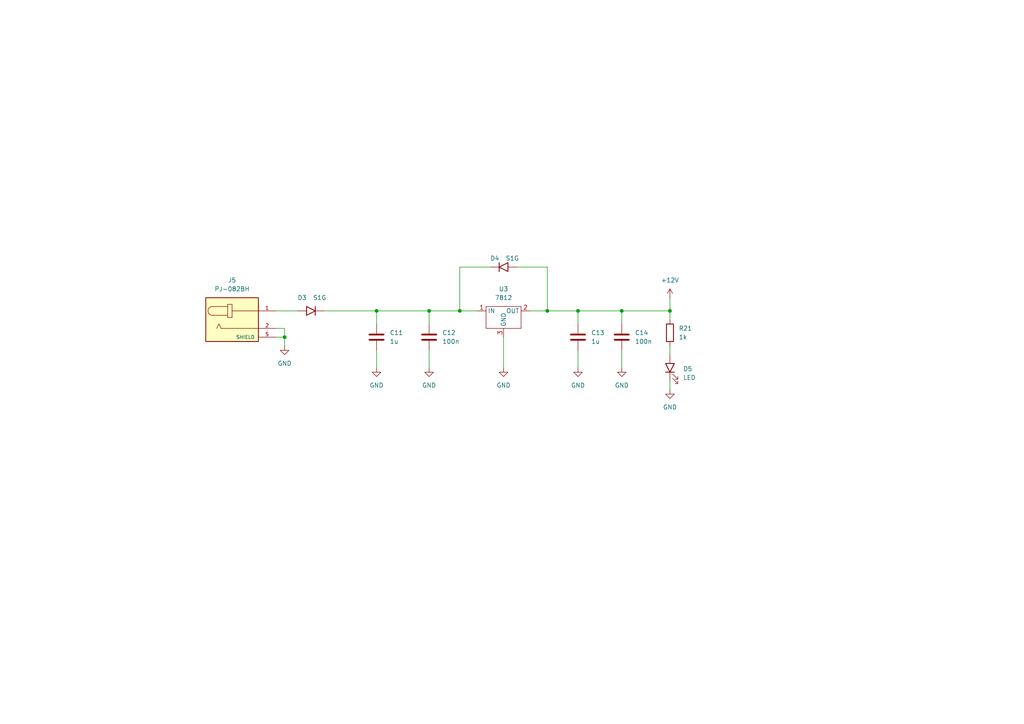
<source format=kicad_sch>
(kicad_sch (version 20230121) (generator eeschema)
  (paper "A4")
  (title_block (title "Power Supply") (date "2023-02-27") (company "Joel Bodenmann"))
  (lib_symbols
    (symbol "connectors:PJ-082BH" (pin_names (offset 1.016))
      (property "Reference" "J?" (at -7.62 8.89 0))
      (property "Value" "PJ-082BH" (at -5.08 -8.89 0))
      (symbol "PJ-082BH_0_0"
        (rectangle (start -7.62 6.35) (end 7.62 -6.35) (stroke (width 0.254)) (fill (type background)))
        (arc (start -5.715 3.81) (mid -6.9795 2.54) (end -5.715 1.27) (stroke (width 0.1524)))
        (polyline (pts (xy -5.715 3.81) (xy -1.27 3.81)) (stroke (width 0.1524)))
        (polyline (pts (xy -3.81 -1.27) (xy -4.445 -2.54)) (stroke (width 0.1524)))
        (polyline (pts (xy -3.175 -2.54) (xy -3.81 -1.27)) (stroke (width 0.1524)))
        (polyline (pts (xy -1.27 0.635) (xy 0 0.635)) (stroke (width 0.1524)))
        (polyline (pts (xy -1.27 1.27) (xy -5.715 1.27)) (stroke (width 0.1524)))
        (polyline (pts (xy -1.27 1.27) (xy -1.27 0.635)) (stroke (width 0.1524)))
        (polyline (pts (xy -1.27 3.81) (xy -1.27 1.27)) (stroke (width 0.1524)))
        (polyline (pts (xy -1.27 4.445) (xy -1.27 3.81)) (stroke (width 0.1524)))
        (polyline (pts (xy 0 0.635) (xy 0 2.54)) (stroke (width 0.1524)))
        (polyline (pts (xy 0 2.54) (xy 0 4.445)) (stroke (width 0.1524)))
        (polyline (pts (xy 0 2.54) (xy 7.62 2.54)) (stroke (width 0.1524)))
        (polyline (pts (xy 0 4.445) (xy -1.27 4.445)) (stroke (width 0.1524)))
        (polyline (pts (xy 7.62 -2.54) (xy -3.175 -2.54)) (stroke (width 0.1524)))
        (pin passive line (at 12.7 2.54 180) (length 5.08) (name "~") (number "1"))
        (pin passive line (at 12.7 -2.54 180) (length 5.08) (name "~") (number "2"))
        (pin passive line (at 12.7 -5.08 180) (length 5.08) (name "SHIELD") (number "S"))
      )
    )
    (symbol "device:C" (pin_numbers hide) (pin_names (offset 0.254))
      (property "Reference" "C" (at 0.635 2.54 0))
      (property "Value" "C" (at 0.635 -2.54 0))
      (symbol "C_0_1"
        (polyline (pts (xy -2.032 -0.762) (xy 2.032 -0.762)) (stroke (width 0.508)))
        (polyline (pts (xy -2.032 0.762) (xy 2.032 0.762)) (stroke (width 0.508)))
      )
      (symbol "C_1_1"
        (pin passive line (at 0 3.81 270) (length 2.794) (name "~") (number "1"))
        (pin passive line (at 0 -3.81 90) (length 2.794) (name "~") (number "2"))
      )
    )
    (symbol "device:D" (pin_numbers hide) (pin_names (offset 1.016) hide)
      (property "Reference" "D" (at 0 2.54 0))
      (property "Value" "D" (at 0 -2.54 0))
      (symbol "D_0_1"
        (polyline (pts (xy -1.27 1.27) (xy -1.27 -1.27)) (stroke (width 0.254)))
        (polyline (pts (xy 1.27 1.27) (xy 1.27 -1.27) (xy -1.27 0) (xy 1.27 1.27)) (stroke (width 0.254)))
      )
      (symbol "D_1_1"
        (pin passive line (at -3.81 0 0) (length 2.54) (name "K") (number "1"))
        (pin passive line (at 3.81 0 180) (length 2.54) (name "A") (number "2"))
      )
    )
    (symbol "device:LED" (pin_numbers hide) (pin_names (offset 1.016) hide)
      (property "Reference" "D" (at 0 2.54 0))
      (property "Value" "LED" (at 0 -2.54 0))
      (symbol "LED_0_1"
        (polyline (pts (xy -1.27 -1.27) (xy -1.27 1.27)) (stroke (width 0.254)))
        (polyline (pts (xy 1.27 -1.27) (xy 1.27 1.27) (xy -1.27 0) (xy 1.27 -1.27)) (stroke (width 0.254)))
        (polyline (pts (xy -3.048 -0.762) (xy -4.572 -2.286) (xy -3.81 -2.286) (xy -4.572 -2.286) (xy -4.572 -1.524)))
        (polyline (pts (xy -1.778 -0.762) (xy -3.302 -2.286) (xy -2.54 -2.286) (xy -3.302 -2.286) (xy -3.302 -1.524)))
      )
      (symbol "LED_1_1"
        (pin passive line (at -3.81 0 0) (length 2.54) (name "K") (number "1"))
        (pin passive line (at 3.81 0 180) (length 2.54) (name "A") (number "2"))
      )
    )
    (symbol "device:R" (pin_numbers hide) (pin_names (offset 0))
      (property "Reference" "R" (at 2.032 0 90))
      (property "Value" "R" (at 0 0 90))
      (symbol "R_0_1"
        (rectangle (start -1.016 -2.54) (end 1.016 2.54) (stroke (width 0.254)))
      )
      (symbol "R_1_1"
        (pin passive line (at 0 3.81 270) (length 1.27) (name "~") (number "1"))
        (pin passive line (at 0 -3.81 90) (length 1.27) (name "~") (number "2"))
      )
    )
    (symbol "gnd:GND" (power) (pin_names (offset 0))
      (property "Value" "GND" (at 0 -3.81 0))
      (symbol "GND_0_1"
        (polyline (pts (xy 0 0) (xy 0 -1.27) (xy 1.27 -1.27) (xy 0 -2.54) (xy -1.27 -1.27) (xy 0 -1.27)))
      )
      (symbol "GND_1_1"
        (pin power_in line (at 0 0 270) (length 0) hide (name "GND") (number "1"))
      )
    )
    (symbol "power:+12V" (power) (pin_names (offset 0))
      (property "Value" "+12V" (at 0 3.556 0))
      (symbol "+12V_0_1"
        (polyline (pts (xy -0.762 1.27) (xy 0 2.54)))
        (polyline (pts (xy 0 0) (xy 0 2.54)))
        (polyline (pts (xy 0 2.54) (xy 0.762 1.27)))
      )
      (symbol "+12V_1_1"
        (pin power_in line (at 0 0 90) (length 0) hide (name "+12V") (number "1"))
      )
    )
    (symbol "regulators:78xx"
      (property "Reference" "U" (at 0 3.81 0))
      (property "Value" "78xx" (at 0 1.27 0))
      (symbol "78xx_0_1"
        (rectangle (start -5.08 0) (end 5.08 -6.35))
      )
      (symbol "78xx_1_1"
        (pin power_in line (at -7.62 -1.27 0) (length 2.54) (name "IN") (number "1"))
        (pin power_out line (at 7.62 -1.27 180) (length 2.54) (name "OUT") (number "2"))
        (pin passive line (at 0 -8.89 90) (length 2.54) (name "GND") (number "3"))
      )
    )
  )
  (junction (at 167.64 90.17))
  (junction (at 194.31 90.17))
  (junction (at 124.46 90.17))
  (junction (at 180.34 90.17))
  (junction (at 133.35 90.17))
  (junction (at 82.55 97.79))
  (junction (at 109.22 90.17))
  (junction (at 158.75 90.17))
  (wire (pts (xy 180.34 101.6) (xy 180.34 106.68)))
  (wire (pts (xy 124.46 101.6) (xy 124.46 106.68)))
  (wire (pts (xy 93.98 90.17) (xy 109.22 90.17)))
  (wire (pts (xy 82.55 95.25) (xy 82.55 97.79)))
  (wire (pts (xy 133.35 90.17) (xy 138.43 90.17)))
  (wire (pts (xy 109.22 90.17) (xy 109.22 93.98)))
  (wire (pts (xy 82.55 97.79) (xy 80.01 97.79)))
  (wire (pts (xy 194.31 100.33) (xy 194.31 102.87)))
  (wire (pts (xy 109.22 90.17) (xy 124.46 90.17)))
  (wire (pts (xy 194.31 86.36) (xy 194.31 90.17)))
  (wire (pts (xy 146.05 97.79) (xy 146.05 106.68)))
  (wire (pts (xy 82.55 100.33) (xy 82.55 97.79)))
  (wire (pts (xy 124.46 90.17) (xy 124.46 93.98)))
  (wire (pts (xy 194.31 110.49) (xy 194.31 113.03)))
  (wire (pts (xy 80.01 90.17) (xy 86.36 90.17)))
  (wire (pts (xy 80.01 95.25) (xy 82.55 95.25)))
  (wire (pts (xy 142.24 77.47) (xy 133.35 77.47)))
  (wire (pts (xy 180.34 90.17) (xy 167.64 90.17)))
  (wire (pts (xy 167.64 101.6) (xy 167.64 106.68)))
  (wire (pts (xy 158.75 90.17) (xy 167.64 90.17)))
  (wire (pts (xy 167.64 90.17) (xy 167.64 93.98)))
  (wire (pts (xy 194.31 92.71) (xy 194.31 90.17)))
  (wire (pts (xy 133.35 77.47) (xy 133.35 90.17)))
  (wire (pts (xy 149.86 77.47) (xy 158.75 77.47)))
  (wire (pts (xy 158.75 77.47) (xy 158.75 90.17)))
  (wire (pts (xy 194.31 90.17) (xy 180.34 90.17)))
  (wire (pts (xy 153.67 90.17) (xy 158.75 90.17)))
  (wire (pts (xy 124.46 90.17) (xy 133.35 90.17)))
  (wire (pts (xy 109.22 101.6) (xy 109.22 106.68)))
  (wire (pts (xy 180.34 90.17) (xy 180.34 93.98)))
  (symbol (lib_id "connectors:PJ-082BH") (at 67.31 92.71 0) (unit 1)
    (property "Reference" "J5" (at 67.31 81.28 0))
    (property "Value" "PJ-082BH" (at 67.31 83.82 0))
    (property "Footprint" "connector_cuidevices:PJ-082BH" (effects hide))
    (property "PARTREV" "1.0" (effects hide))
    (property "MANUFACTURER" "CUI Devices" (effects hide))
    (property "MAXIMUM_PACKAGE_HEIGHT" "10.2 mm" (effects hide))
    (property "STANDARD" "Manufacturer Recommendation" (effects hide))
    (property "SNAPEDA_PN" "PJ-082BH" (effects hide))
  )
  (symbol (lib_id "device:LED") (at 194.31 106.68 90) (unit 1)
    (property "Reference" "D5" (at 198.12 106.9974 90) (effects (justify right)))
    (property "Value" "LED" (at 198.12 109.5374 90) (effects (justify right)))
    (property "Footprint" "led:0603" (effects hide))
  )
  (symbol (lib_id "gnd:GND") (at 146.05 106.68 0) (unit 1)
    (property "Reference" "#PWR031" (effects hide))
    (property "Value" "GND" (at 146.05 111.76 0))
  )
  (symbol (lib_id "gnd:GND") (at 167.64 106.68 0) (unit 1)
    (property "Reference" "#PWR032" (effects hide))
    (property "Value" "GND" (at 167.64 111.76 0))
  )
  (symbol (lib_id "gnd:GND") (at 194.31 113.03 0) (unit 1)
    (property "Reference" "#PWR035" (effects hide))
    (property "Value" "GND" (at 194.31 118.11 0))
  )
  (symbol (lib_id "gnd:GND") (at 180.34 106.68 0) (unit 1)
    (property "Reference" "#PWR033" (effects hide))
    (property "Value" "GND" (at 180.34 111.76 0))
  )
  (symbol (lib_id "device:D") (at 146.05 77.47 0) (unit 1)
    (property "Reference" "D4" (at 143.51 74.93 0))
    (property "Value" "S1G" (at 148.59 74.93 0))
    (property "Footprint" "package_do:DO-214AC" (effects hide))
  )
  (symbol (lib_id "device:C") (at 167.64 97.79 0) (unit 1)
    (property "Reference" "C13" (at 171.45 96.5199 0) (effects (justify left)))
    (property "Value" "1u" (at 171.45 99.0599 0) (effects (justify left)))
    (property "Footprint" "capicator_smd:CP_Elec_4x5.4" (effects hide))
  )
  (symbol (lib_id "device:C") (at 180.34 97.79 0) (unit 1)
    (property "Reference" "C14" (at 184.15 96.5199 0) (effects (justify left)))
    (property "Value" "100n" (at 184.15 99.0599 0) (effects (justify left)))
    (property "Footprint" "capicator_smd:C_0603_1608Metric" (effects hide))
  )
  (symbol (lib_id "device:D") (at 90.17 90.17 180) (unit 1)
    (property "Reference" "D3" (at 87.63 86.36 0))
    (property "Value" "S1G" (at 92.71 86.36 0))
    (property "Footprint" "package_do:DO-214AC" (effects hide))
  )
  (symbol (lib_id "device:C") (at 124.46 97.79 0) (unit 1)
    (property "Reference" "C12" (at 128.27 96.5199 0) (effects (justify left)))
    (property "Value" "100n" (at 128.27 99.0599 0) (effects (justify left)))
    (property "Footprint" "capicator_smd:C_0603_1608Metric" (effects hide))
  )
  (symbol (lib_id "gnd:GND") (at 124.46 106.68 0) (unit 1)
    (property "Reference" "#PWR030" (effects hide))
    (property "Value" "GND" (at 124.46 111.76 0))
  )
  (symbol (lib_id "gnd:GND") (at 109.22 106.68 0) (unit 1)
    (property "Reference" "#PWR029" (effects hide))
    (property "Value" "GND" (at 109.22 111.76 0))
  )
  (symbol (lib_id "gnd:GND") (at 82.55 100.33 0) (unit 1)
    (property "Reference" "#PWR028" (effects hide))
    (property "Value" "GND" (at 82.55 105.41 0))
  )
  (symbol (lib_id "power:+12V") (at 194.31 86.36 0) (unit 1)
    (property "Reference" "#PWR034" (effects hide))
    (property "Value" "+12V" (at 194.31 81.28 0))
  )
  (symbol (lib_id "device:R") (at 194.31 96.52 0) (mirror y) (unit 1)
    (property "Reference" "R21" (at 196.85 95.2499 0) (effects (justify right)))
    (property "Value" "1k" (at 196.85 97.7899 0) (effects (justify right)))
    (property "Footprint" "resistor_smd:R_0603_1608Metric" (effects hide))
  )
  (symbol (lib_id "regulators:78xx") (at 146.05 88.9 0) (unit 1)
    (property "Reference" "U3" (at 146.05 83.82 0))
    (property "Value" "7812" (at 146.05 86.36 0))
    (property "Footprint" "package_to:TO-252-3" (effects hide))
  )
  (symbol (lib_id "device:C") (at 109.22 97.79 0) (unit 1)
    (property "Reference" "C11" (at 113.03 96.5199 0) (effects (justify left)))
    (property "Value" "1u" (at 113.03 99.0599 0) (effects (justify left)))
    (property "Footprint" "capicator_smd:CP_Elec_4x5.4" (effects hide))
  )
)
</source>
